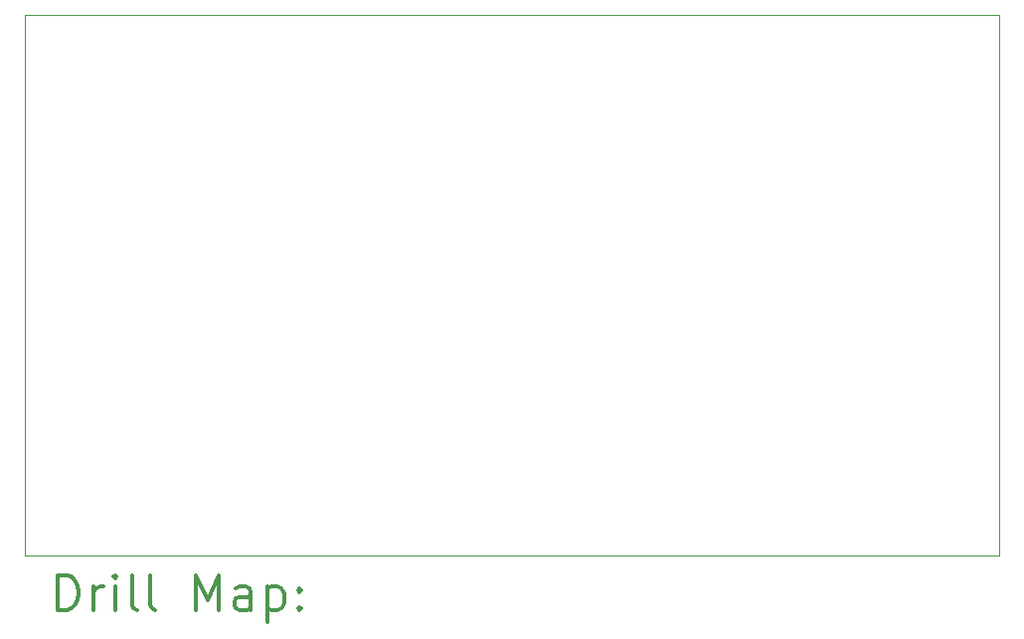
<source format=gbr>
%FSLAX45Y45*%
G04 Gerber Fmt 4.5, Leading zero omitted, Abs format (unit mm)*
G04 Created by KiCad (PCBNEW 5.1.4+dfsg1-1~bpo10+1) date 2023-05-09 01:13:12*
%MOMM*%
%LPD*%
G04 APERTURE LIST*
%ADD10C,0.050000*%
%ADD11C,0.200000*%
%ADD12C,0.300000*%
G04 APERTURE END LIST*
D10*
X18800000Y-11600000D02*
X18800000Y-7000000D01*
X10500000Y-11600000D02*
X18800000Y-11600000D01*
X10500000Y-7000000D02*
X10500000Y-11600000D01*
X18800000Y-7000000D02*
X10500000Y-7000000D01*
D11*
D12*
X10783928Y-12068214D02*
X10783928Y-11768214D01*
X10855357Y-11768214D01*
X10898214Y-11782500D01*
X10926786Y-11811071D01*
X10941071Y-11839643D01*
X10955357Y-11896786D01*
X10955357Y-11939643D01*
X10941071Y-11996786D01*
X10926786Y-12025357D01*
X10898214Y-12053929D01*
X10855357Y-12068214D01*
X10783928Y-12068214D01*
X11083928Y-12068214D02*
X11083928Y-11868214D01*
X11083928Y-11925357D02*
X11098214Y-11896786D01*
X11112500Y-11882500D01*
X11141071Y-11868214D01*
X11169643Y-11868214D01*
X11269643Y-12068214D02*
X11269643Y-11868214D01*
X11269643Y-11768214D02*
X11255357Y-11782500D01*
X11269643Y-11796786D01*
X11283928Y-11782500D01*
X11269643Y-11768214D01*
X11269643Y-11796786D01*
X11455357Y-12068214D02*
X11426786Y-12053929D01*
X11412500Y-12025357D01*
X11412500Y-11768214D01*
X11612500Y-12068214D02*
X11583928Y-12053929D01*
X11569643Y-12025357D01*
X11569643Y-11768214D01*
X11955357Y-12068214D02*
X11955357Y-11768214D01*
X12055357Y-11982500D01*
X12155357Y-11768214D01*
X12155357Y-12068214D01*
X12426786Y-12068214D02*
X12426786Y-11911071D01*
X12412500Y-11882500D01*
X12383928Y-11868214D01*
X12326786Y-11868214D01*
X12298214Y-11882500D01*
X12426786Y-12053929D02*
X12398214Y-12068214D01*
X12326786Y-12068214D01*
X12298214Y-12053929D01*
X12283928Y-12025357D01*
X12283928Y-11996786D01*
X12298214Y-11968214D01*
X12326786Y-11953929D01*
X12398214Y-11953929D01*
X12426786Y-11939643D01*
X12569643Y-11868214D02*
X12569643Y-12168214D01*
X12569643Y-11882500D02*
X12598214Y-11868214D01*
X12655357Y-11868214D01*
X12683928Y-11882500D01*
X12698214Y-11896786D01*
X12712500Y-11925357D01*
X12712500Y-12011071D01*
X12698214Y-12039643D01*
X12683928Y-12053929D01*
X12655357Y-12068214D01*
X12598214Y-12068214D01*
X12569643Y-12053929D01*
X12841071Y-12039643D02*
X12855357Y-12053929D01*
X12841071Y-12068214D01*
X12826786Y-12053929D01*
X12841071Y-12039643D01*
X12841071Y-12068214D01*
X12841071Y-11882500D02*
X12855357Y-11896786D01*
X12841071Y-11911071D01*
X12826786Y-11896786D01*
X12841071Y-11882500D01*
X12841071Y-11911071D01*
M02*

</source>
